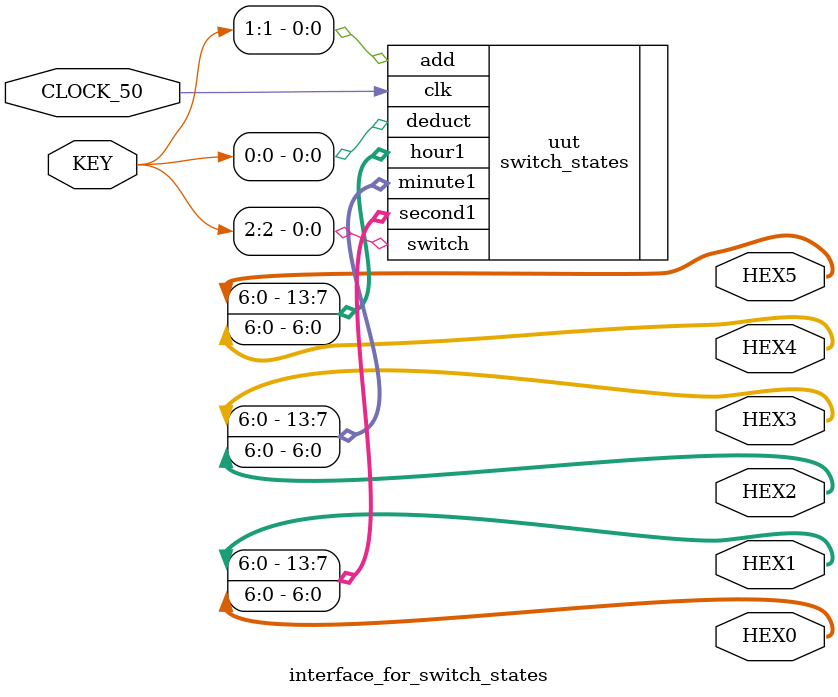
<source format=v>
module interface_for_switch_states(CLOCK_50,KEY,HEX0,HEX1,HEX2,HEX3,HEX4,HEX5);

input CLOCK_50;
input [2:0]KEY;
output [6:0]HEX0,HEX1,HEX2,HEX3,HEX4,HEX5;





switch_states uut(.clk(CLOCK_50),.switch(KEY[2]),.add(KEY[1]),.deduct(KEY[0]),.hour1({HEX5,HEX4}),.minute1({HEX3,HEX2}),.second1({HEX1,HEX0}));


endmodule
</source>
